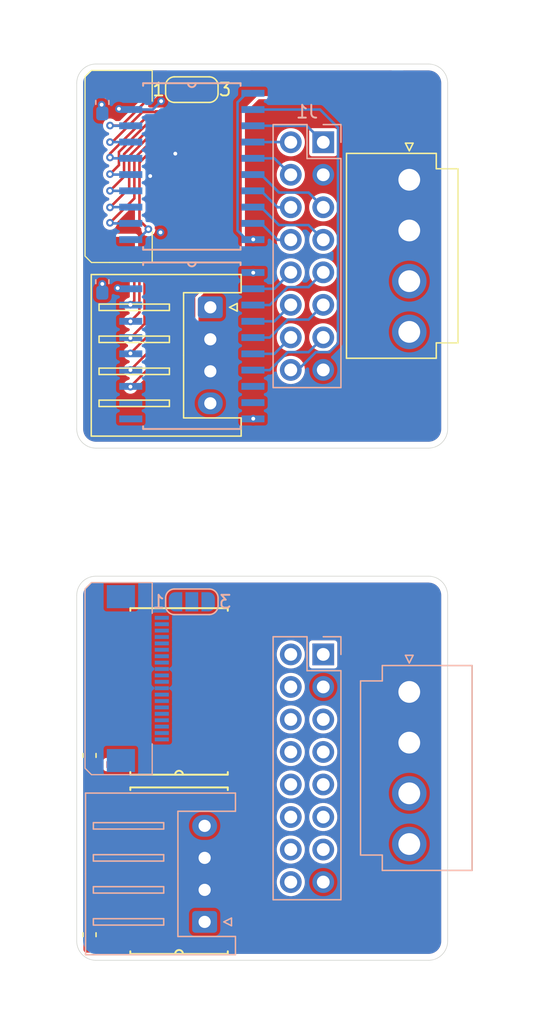
<source format=kicad_pcb>
(kicad_pcb (version 20241229) (generator "pcbnew") (generator_version "9.0")
  (layers (0 "F.Cu" signal) (2 "B.Cu" signal) (13 "F.Paste" user) (15 "B.Paste" user) (5 "F.SilkS" user "F.Silkscreen") (7 "B.SilkS" user "B.Silkscreen") (1 "F.Mask" user) (3 "B.Mask" user) (25 "Edge.Cuts" user))
  (net 0 "")
  (net 1 "GND")
  (net 2 "+5V")
  (net 3 "G0")
  (net 4 "B")
  (net 5 "G1")
  (net 6 "E")
  (net 7 "CLK")
  (net 8 "B1")
  (net 9 "B0")
  (net 10 "A")
  (net 11 "D")
  (net 12 "R1")
  (net 13 "R0")
  (net 14 "OE")
  (net 15 "C")
  (net 16 "LAT")
  (net 17 "Disp Display Select")
  (net 18 "Disp GPIO 14")
  (net 19 "Disp GPIO 8")
  (net 20 "Disp GPIO 10")
  (net 21 "Disp GPIO 11")
  (net 22 "Disp GPIO 3")
  (net 23 "Disp GPIO 13")
  (net 24 "Disp GPIO 12")
  (net 25 "Disp GPIO 7")
  (net 26 "Disp GPIO 0")
  (net 27 "Disp GPIO 4")
  (net 28 "Disp GPIO 5")
  (net 29 "Disp GPIO 15")
  (net 30 "Disp GPIO 1")
  (net 31 "Disp GPIO 6")
  (net 32 "Disp GPIO 9")
  (net 33 "Disp GPIO 2")
  (net 37 "Alt A")
  (net 39 "Alt C")
  (net 40 "Alt B")
  (net 41 "Alt R0")
  (net 42 "Alt OE")
  (net 43 "Alt D")
  (net 44 "Alt B0")
  (net 45 "Alt CLK")
  (net 46 "Alt G1")
  (net 47 "Alt G0")
  (net 48 "Alt E")
  (net 49 "Alt B1")
  (net 50 "Alt LAT")
  (net 51 "Alt R1")
  (net 52 "Alt Disp GPIO 8")
  (net 53 "Alt Disp GPIO 7")
  (net 54 "Alt Disp Display Select")
  (net 56 "Alt Disp GPIO 4")
  (net 57 "Alt Disp GPIO 1")
  (net 61 "Alt Disp GPIO 5")
  (net 62 "Alt Disp GPIO 3")
  (net 63 "Alt Disp GPIO 6")
  (net 67 "Alt Disp GPIO 0")
  (net 68 "Alt Disp GPIO 2")
  (net 70 "Alt Disp GPIO 9")
  (net 71 "Alt Disp GPIO 13")
  (net 77 "Alt Disp GPIO 14")
  (net 79 "Alt Disp GPIO 11")
  (net 80 "Alt Disp GPIO 12")
  (net 84 "Alt Disp GPIO 10")
  (net 86 "Alt Disp GPIO 15")
  (footprint "Connector_JST:JST_VH_B4P-VH-B_1x04_P3.96mm_Vertical" (layer "F.Cu") (at 132 34.04 -90)
    (property "Reference" "J3" (hide yes))
    (property "Value" "Output" (hide yes))
    (pad "1" thru_hole roundrect (at 0 0 270) (size 2.7 2.7) (drill 1.7) (layers "*.Cu" "*.Mask") (roundrect_rratio 0.092593) (net 2 "+5V"))
    (pad "2" thru_hole circle (at 3.96 0 270) (size 2.7 2.7) (drill 1.7) (layers "*.Cu" "*.Mask") (net 2 "+5V"))
    (pad "3" thru_hole circle (at 7.92 0 270) (size 2.7 2.7) (drill 1.7) (layers "*.Cu" "*.Mask") (net 1 "GND"))
    (pad "4" thru_hole circle (at 11.88 0 270) (size 2.7 2.7) (drill 1.7) (layers "*.Cu" "*.Mask") (net 1 "GND"))
  )
  (footprint "74HC245:SOIC127P1032X265-20N" (layer "F.Cu") (at 114 74 180)
    (property "Reference" "U5" (hide yes))
    (property "Value" "74HC245D_653" (hide yes))
    (pad "1" smd rect (at -4.7752 -5.715 180) (size 1.8034 0.5334) (layers "F.Cu" "F.Mask" "F.Paste") (net 1 "GND"))
    (pad "2" smd rect (at -4.7752 -4.445 180) (size 1.8034 0.5334) (layers "F.Cu" "F.Mask" "F.Paste"))
    (pad "3" smd rect (at -4.7752 -3.175 180) (size 1.8034 0.5334) (layers "F.Cu" "F.Mask" "F.Paste"))
    (pad "4" smd rect (at -4.7752 -1.905 180) (size 1.8034 0.5334) (layers "F.Cu" "F.Mask" "F.Paste"))
    (pad "5" smd rect (at -4.7752 -0.635 180) (size 1.8034 0.5334) (layers "F.Cu" "F.Mask" "F.Paste"))
    (pad "6" smd rect (at -4.7752 0.635 180) (size 1.8034 0.5334) (layers "F.Cu" "F.Mask" "F.Paste"))
    (pad "7" smd rect (at -4.7752 1.905 180) (size 1.8034 0.5334) (layers "F.Cu" "F.Mask" "F.Paste"))
    (pad "8" smd rect (at -4.7752 3.175 180) (size 1.8034 0.5334) (layers "F.Cu" "F.Mask" "F.Paste"))
    (pad "9" smd rect (at -4.7752 4.445 180) (size 1.8034 0.5334) (layers "F.Cu" "F.Mask" "F.Paste"))
    (pad "10" smd rect (at -4.7752 5.715 180) (size 1.8034 0.5334) (layers "F.Cu" "F.Mask" "F.Paste") (net 1 "GND"))
    (pad "11" smd rect (at 4.7752 5.715 180) (size 1.8034 0.5334) (layers "F.Cu" "F.Mask" "F.Paste") (net 54 "Alt Disp Display Select"))
    (pad "12" smd rect (at 4.7752 4.445 180) (size 1.8034 0.5334) (layers "F.Cu" "F.Mask" "F.Paste") (net 67 "Alt Disp GPIO 0"))
    (pad "13" smd rect (at 4.7752 3.175 180) (size 1.8034 0.5334) (layers "F.Cu" "F.Mask" "F.Paste") (net 57 "Alt Disp GPIO 1"))
    (pad "14" smd rect (at 4.7752 1.905 180) (size 1.8034 0.5334) (layers "F.Cu" "F.Mask" "F.Paste") (net 68 "Alt Disp GPIO 2"))
    (pad "15" smd rect (at 4.7752 0.635 180) (size 1.8034 0.5334) (layers "F.Cu" "F.Mask" "F.Paste") (net 62 "Alt Disp GPIO 3"))
    (pad "16" smd rect (at 4.7752 -0.635 180) (size 1.8034 0.5334) (layers "F.Cu" "F.Mask" "F.Paste") (net 56 "Alt Disp GPIO 4"))
    (pad "17" smd rect (at 4.7752 -1.905 180) (size 1.8034 0.5334) (layers "F.Cu" "F.Mask" "F.Paste") (net 61 "Alt Disp GPIO 5"))
    (pad "18" smd rect (at 4.7752 -3.175 180) (size 1.8034 0.5334) (layers "F.Cu" "F.Mask" "F.Paste") (net 63 "Alt Disp GPIO 6"))
    (pad "19" smd rect (at 4.7752 -4.445 180) (size 1.8034 0.5334) (layers "F.Cu" "F.Mask" "F.Paste") (net 1 "GND"))
    (pad "20" smd rect (at 4.7752 -5.715 180) (size 1.8034 0.5334) (layers "F.Cu" "F.Mask" "F.Paste") (net 2 "+5V"))
  )
  (footprint "Jumper:SolderJumper-3_P1.3mm_Open_RoundedPad1.0x1.5mm_NumberLabels" (layer "F.Cu") (at 115 27)
    (property "Reference" "JP1" (hide yes))
    (property "Value" "SolderJumper_3_Open" (hide yes))
    (fp_text user "1" (at -2.6 0 0) (layer "F.SilkS"))
    (fp_text user "3" (at 2.6 0 0) (layer "F.SilkS"))
    (pad "1" smd custom (at -1.3 0) (size 1 0.5) (layers "F.Cu" "F.Mask") (net 25 "Disp GPIO 7") (options (clearance outline) (anchor rect)) (primitives (gr_circle (center 0 0.25) (end 0.5 0.25) (width 0) (fill yes)) (gr_circle (center 0 -0.25) (end 0.5 -0.25) (width 0) (fill yes)) (gr_poly (pts (xy 0.55 0.75) (xy 0 0.75) (xy 0 -0.75) (xy 0.55 -0.75)) (width 0) (fill yes))))
    (pad "2" smd rect (at 0 0) (size 1 1.5) (layers "F.Cu" "F.Mask") (net 17 "Disp Display Select"))
    (pad "3" smd custom (at 1.3 0) (size 1 0.5) (layers "F.Cu" "F.Mask") (net 19 "Disp GPIO 8") (options (clearance outline) (anchor rect)) (primitives (gr_circle (center 0 0.25) (end 0.5 0.25) (width 0) (fill yes)) (gr_circle (center 0 -0.25) (end 0.5 -0.25) (width 0) (fill yes)) (gr_poly (pts (xy 0 0.75) (xy -0.55 0.75) (xy -0.55 -0.75) (xy 0 -0.75)) (width 0) (fill yes))))
  )
  (footprint "74HC245:SOIC127P1032X265-20N" (layer "F.Cu") (at 114 88 180)
    (property "Reference" "U6" (hide yes))
    (property "Value" "74HC245D_653" (hide yes))
    (pad "1" smd rect (at -4.7752 -5.715 180) (size 1.8034 0.5334) (layers "F.Cu" "F.Mask" "F.Paste") (net 1 "GND"))
    (pad "2" smd rect (at -4.7752 -4.445 180) (size 1.8034 0.5334) (layers "F.Cu" "F.Mask" "F.Paste"))
    (pad "3" smd rect (at -4.7752 -3.175 180) (size 1.8034 0.5334) (layers "F.Cu" "F.Mask" "F.Paste"))
    (pad "4" smd rect (at -4.7752 -1.905 180) (size 1.8034 0.5334) (layers "F.Cu" "F.Mask" "F.Paste"))
    (pad "5" smd rect (at -4.7752 -0.635 180) (size 1.8034 0.5334) (layers "F.Cu" "F.Mask" "F.Paste"))
    (pad "6" smd rect (at -4.7752 0.635 180) (size 1.8034 0.5334) (layers "F.Cu" "F.Mask" "F.Paste"))
    (pad "7" smd rect (at -4.7752 1.905 180) (size 1.8034 0.5334) (layers "F.Cu" "F.Mask" "F.Paste"))
    (pad "8" smd rect (at -4.7752 3.175 180) (size 1.8034 0.5334) (layers "F.Cu" "F.Mask" "F.Paste"))
    (pad "9" smd rect (at -4.7752 4.445 180) (size 1.8034 0.5334) (layers "F.Cu" "F.Mask" "F.Paste"))
    (pad "10" smd rect (at -4.7752 5.715 180) (size 1.8034 0.5334) (layers "F.Cu" "F.Mask" "F.Paste") (net 1 "GND"))
    (pad "11" smd rect (at 4.7752 5.715 180) (size 1.8034 0.5334) (layers "F.Cu" "F.Mask" "F.Paste") (net 77 "Alt Disp GPIO 14"))
    (pad "12" smd rect (at 4.7752 4.445 180) (size 1.8034 0.5334) (layers "F.Cu" "F.Mask" "F.Paste") (net 71 "Alt Disp GPIO 13"))
    (pad "13" smd rect (at 4.7752 3.175 180) (size 1.8034 0.5334) (layers "F.Cu" "F.Mask" "F.Paste") (net 80 "Alt Disp GPIO 12"))
    (pad "14" smd rect (at 4.7752 1.905 180) (size 1.8034 0.5334) (layers "F.Cu" "F.Mask" "F.Paste") (net 79 "Alt Disp GPIO 11"))
    (pad "15" smd rect (at 4.7752 0.635 180) (size 1.8034 0.5334) (layers "F.Cu" "F.Mask" "F.Paste") (net 84 "Alt Disp GPIO 10"))
    (pad "16" smd rect (at 4.7752 -0.635 180) (size 1.8034 0.5334) (layers "F.Cu" "F.Mask" "F.Paste") (net 70 "Alt Disp GPIO 9"))
    (pad "17" smd rect (at 4.7752 -1.905 180) (size 1.8034 0.5334) (layers "F.Cu" "F.Mask" "F.Paste"))
    (pad "18" smd rect (at 4.7752 -3.175 180) (size 1.8034 0.5334) (layers "F.Cu" "F.Mask" "F.Paste"))
    (pad "19" smd rect (at 4.7752 -4.445 180) (size 1.8034 0.5334) (layers "F.Cu" "F.Mask" "F.Paste") (net 1 "GND"))
    (pad "20" smd rect (at 4.7752 -5.715 180) (size 1.8034 0.5334) (layers "F.Cu" "F.Mask" "F.Paste") (net 2 "+5V"))
  )
  (footprint "FFC:FFC 0.8mm 20P" (layer "F.Cu") (at 112 33 -90)
    (property "Reference" "U1" (hide yes))
    (property "Value" "D0 FFC" (hide yes))
    (pad "" smd rect (at -6.400001 2.55 270) (size 1.8 2.2) (layers "F.Cu" "F.Mask" "F.Paste"))
    (pad "" smd rect (at 6.399999 2.55 270) (size 1.8 2.2) (layers "F.Cu" "F.Mask" "F.Paste"))
    (pad "1" smd rect (at -4.750001 -0.65 270) (size 0.3 1.1) (layers "F.Cu" "F.Mask" "F.Paste") (net 1 "GND"))
    (pad "2" smd rect (at -4.250001 -0.65 270) (size 0.3 1.1) (layers "F.Cu" "F.Mask" "F.Paste") (net 26 "Disp GPIO 0"))
    (pad "3" smd rect (at -3.750001 -0.649999 270) (size 0.3 1.1) (layers "F.Cu" "F.Mask" "F.Paste") (net 30 "Disp GPIO 1"))
    (pad "4" smd rect (at -3.250001 -0.65 270) (size 0.3 1.1) (layers "F.Cu" "F.Mask" "F.Paste") (net 33 "Disp GPIO 2"))
    (pad "5" smd rect (at -2.750001 -0.65 270) (size 0.3 1.1) (layers "F.Cu" "F.Mask" "F.Paste") (net 22 "Disp GPIO 3"))
    (pad "6" smd rect (at -2.25 -0.65 270) (size 0.3 1.1) (layers "F.Cu" "F.Mask" "F.Paste") (net 27 "Disp GPIO 4"))
    (pad "7" smd rect (at -1.750001 -0.65 270) (size 0.3 1.1) (layers "F.Cu" "F.Mask" "F.Paste") (net 28 "Disp GPIO 5"))
    (pad "8" smd rect (at -1.250002 -0.65 270) (size 0.3 1.1) (layers "F.Cu" "F.Mask" "F.Paste") (net 31 "Disp GPIO 6"))
    (pad "9" smd rect (at -0.750001 -0.65 270) (size 0.3 1.1) (layers "F.Cu" "F.Mask" "F.Paste") (net 2 "+5V"))
    (pad "10" smd rect (at -0.250001 -0.65 270) (size 0.3 1.1) (layers "F.Cu" "F.Mask" "F.Paste") (net 25 "Disp GPIO 7"))
    (pad "11" smd rect (at 0.25 -0.65 270) (size 0.3 1.1) (layers "F.Cu" "F.Mask" "F.Paste") (net 19 "Disp GPIO 8"))
    (pad "12" smd rect (at 0.749999 -0.65 270) (size 0.3 1.1) (layers "F.Cu" "F.Mask" "F.Paste") (net 2 "+5V"))
    (pad "13" smd rect (at 1.249998 -0.65 270) (size 0.3 1.1) (layers "F.Cu" "F.Mask" "F.Paste") (net 32 "Disp GPIO 9"))
    (pad "14" smd rect (at 1.749999 -0.65 270) (size 0.3 1.1) (layers "F.Cu" "F.Mask" "F.Paste") (net 20 "Disp GPIO 10"))
    (pad "15" smd rect (at 2.249999 -0.65 270) (size 0.3 1.1) (layers "F.Cu" "F.Mask" "F.Paste") (net 21 "Disp GPIO 11"))
    (pad "16" smd rect (at 2.749999 -0.649999 270) (size 0.3 1.1) (layers "F.Cu" "F.Mask" "F.Paste") (net 24 "Disp GPIO 12"))
    (pad "17" smd rect (at 3.249999 -0.65 270) (size 0.3 1.1) (layers "F.Cu" "F.Mask" "F.Paste") (net 23 "Disp GPIO 13"))
    (pad "18" smd rect (at 3.749999 -0.65 270) (size 0.3 1.1) (layers "F.Cu" "F.Mask" "F.Paste") (net 18 "Disp GPIO 14"))
    (pad "19" smd rect (at 4.249999 -0.65 270) (size 0.3 1.1) (layers "F.Cu" "F.Mask" "F.Paste") (net 29 "Disp GPIO 15"))
    (pad "20" smd rect (at 4.749999 -0.65 270) (size 0.3 1.1) (layers "F.Cu" "F.Mask" "F.Paste") (net 1 "GND"))
  )
  (footprint "Capacitor_SMD:C_0603_1608Metric_Pad1.08x0.95mm_HandSolder" (layer "F.Cu") (at 107 93 90)
    (property "Reference" "C4" (hide yes))
    (property "Value" "10uF" (hide yes))
    (pad "1" smd roundrect (at -0.8625 0 90) (size 1.075 0.95) (layers "F.Cu" "F.Mask" "F.Paste") (net 2 "+5V"))
    (pad "2" smd roundrect (at 0.8625 0 90) (size 1.075 0.95) (layers "F.Cu" "F.Mask" "F.Paste") (net 1 "GND"))
  )
  (footprint "Capacitor_SMD:C_0603_1608Metric_Pad1.08x0.95mm_HandSolder" (layer "F.Cu") (at 107 79 90)
    (property "Reference" "C3" (hide yes))
    (property "Value" "10uF" (hide yes))
    (pad "1" smd roundrect (at -0.8625 0 90) (size 1.075 0.95) (layers "F.Cu" "F.Mask" "F.Paste") (net 2 "+5V"))
    (pad "2" smd roundrect (at 0.8625 0 90) (size 1.075 0.95) (layers "F.Cu" "F.Mask" "F.Paste") (net 1 "GND"))
  )
  (footprint "Connector_JST:JST_XH_S4B-XH-A_1x04_P2.50mm_Horizontal" (layer "F.Cu") (at 116.445 44 -90)
    (property "Reference" "J2" (hide yes))
    (property "Value" "Input" (hide yes))
    (pad "1" thru_hole roundrect (at 0 0 270) (size 1.7 1.95) (drill 0.95) (layers "*.Cu" "*.Mask") (roundrect_rratio 0.147059) (net 1 "GND"))
    (pad "2" thru_hole oval (at 2.5 0 270) (size 1.7 1.95) (drill 0.95) (layers "*.Cu" "*.Mask") (net 2 "+5V"))
    (pad "3" thru_hole oval (at 5 0 270) (size 1.7 1.95) (drill 0.95) (layers "*.Cu" "*.Mask") (net 2 "+5V"))
    (pad "4" thru_hole oval (at 7.5 0 270) (size 1.7 1.95) (drill 0.95) (layers "*.Cu" "*.Mask") (net 1 "GND"))
  )
  (footprint "Capacitor_SMD:C_0603_1608Metric_Pad1.08x0.95mm_HandSolder" (layer "B.Cu") (at 108 28 -90)
    (property "Reference" "C1" (hide yes))
    (property "Value" "10uF" (hide yes))
    (pad "1" smd roundrect (at -0.8625 0 270) (size 1.075 0.95) (layers "B.Cu" "B.Mask" "B.Paste") (net 2 "+5V"))
    (pad "2" smd roundrect (at 0.8625 0 270) (size 1.075 0.95) (layers "B.Cu" "B.Mask" "B.Paste") (net 1 "GND"))
  )
  (footprint "Connector_PinHeader_2.54mm:PinHeader_2x08_P2.54mm_Vertical" (layer "B.Cu") (at 125.275 31.11 180)
    (property "Reference" "J1" (at 1.27 2.38 0) (layer "B.SilkS") (effects (justify mirror)))
    (property "Value" "HUB75" (hide yes))
    (pad "1" thru_hole rect (at 0 0 180) (size 1.7 1.7) (drill 1) (layers "*.Cu" "*.Mask") (net 3 "G0"))
    (pad "2" thru_hole circle (at 2.54 0 180) (size 1.7 1.7) (drill 1) (layers "*.Cu" "*.Mask") (net 13 "R0"))
    (pad "3" thru_hole circle (at 0 -2.54 180) (size 1.7 1.7) (drill 1) (layers "*.Cu" "*.Mask") (net 1 "GND"))
    (pad "4" thru_hole circle (at 2.54 -2.54 180) (size 1.7 1.7) (drill 1) (layers "*.Cu" "*.Mask") (net 9 "B0"))
    (pad "5" thru_hole circle (at 0 -5.08 180) (size 1.7 1.7) (drill 1) (layers "*.Cu" "*.Mask") (net 5 "G1"))
    (pad "6" thru_hole circle (at 2.54 -5.08 180) (size 1.7 1.7) (drill 1) (layers "*.Cu" "*.Mask") (net 12 "R1"))
    (pad "7" thru_hole circle (at 0 -7.62 180) (size 1.7 1.7) (drill 1) (layers "*.Cu" "*.Mask") (net 6 "E"))
    (pad "8" thru_hole circle (at 2.54 -7.62 180) (size 1.7 1.7) (drill 1) (layers "*.Cu" "*.Mask") (net 8 "B1"))
    (pad "9" thru_hole circle (at 0 -10.16 180) (size 1.7 1.7) (drill 1) (layers "*.Cu" "*.Mask") (net 4 "B"))
    (pad "10" thru_hole circle (at 2.54 -10.16 180) (size 1.7 1.7) (drill 1) (layers "*.Cu" "*.Mask") (net 10 "A"))
    (pad "11" thru_hole circle (at 0 -12.7 180) (size 1.7 1.7) (drill 1) (layers "*.Cu" "*.Mask") (net 11 "D"))
    (pad "12" thru_hole circle (at 2.54 -12.7 180) (size 1.7 1.7) (drill 1) (layers "*.Cu" "*.Mask") (net 15 "C"))
    (pad "13" thru_hole circle (at 0 -15.24 180) (size 1.7 1.7) (drill 1) (layers "*.Cu" "*.Mask") (net 16 "LAT"))
    (pad "14" thru_hole circle (at 2.54 -15.24 180) (size 1.7 1.7) (drill 1) (layers "*.Cu" "*.Mask") (net 7 "CLK"))
    (pad "15" thru_hole circle (at 0 -17.78 180) (size 1.7 1.7) (drill 1) (layers "*.Cu" "*.Mask") (net 1 "GND"))
    (pad "16" thru_hole circle (at 2.54 -17.78 180) (size 1.7 1.7) (drill 1) (layers "*.Cu" "*.Mask") (net 14 "OE"))
  )
  (footprint "Connector_PinHeader_2.54mm:PinHeader_2x08_P2.54mm_Vertical" (layer "B.Cu") (at 125.275 71.11 180)
    (property "Reference" "J4" (hide yes))
    (property "Value" "HUB75" (hide yes))
    (pad "1" thru_hole rect (at 0 0 180) (size 1.7 1.7) (drill 1) (layers "*.Cu" "*.Mask") (net 47 "Alt G0"))
    (pad "2" thru_hole circle (at 2.54 0 180) (size 1.7 1.7) (drill 1) (layers "*.Cu" "*.Mask") (net 41 "Alt R0"))
    (pad "3" thru_hole circle (at 0 -2.54 180) (size 1.7 1.7) (drill 1) (layers "*.Cu" "*.Mask") (net 1 "GND"))
    (pad "4" thru_hole circle (at 2.54 -2.54 180) (size 1.7 1.7) (drill 1) (layers "*.Cu" "*.Mask") (net 44 "Alt B0"))
    (pad "5" thru_hole circle (at 0 -5.08 180) (size 1.7 1.7) (drill 1) (layers "*.Cu" "*.Mask") (net 46 "Alt G1"))
    (pad "6" thru_hole circle (at 2.54 -5.08 180) (size 1.7 1.7) (drill 1) (layers "*.Cu" "*.Mask") (net 51 "Alt R1"))
    (pad "7" thru_hole circle (at 0 -7.62 180) (size 1.7 1.7) (drill 1) (layers "*.Cu" "*.Mask") (net 48 "Alt E"))
    (pad "8" thru_hole circle (at 2.54 -7.62 180) (size 1.7 1.7) (drill 1) (layers "*.Cu" "*.Mask") (net 49 "Alt B1"))
    (pad "9" thru_hole circle (at 0 -10.16 180) (size 1.7 1.7) (drill 1) (layers "*.Cu" "*.Mask") (net 40 "Alt B"))
    (pad "10" thru_hole circle (at 2.54 -10.16 180) (size 1.7 1.7) (drill 1) (layers "*.Cu" "*.Mask") (net 37 "Alt A"))
    (pad "11" thru_hole circle (at 0 -12.7 180) (size 1.7 1.7) (drill 1) (layers "*.Cu" "*.Mask") (net 43 "Alt D"))
    (pad "12" thru_hole circle (at 2.54 -12.7 180) (size 1.7 1.7) (drill 1) (layers "*.Cu" "*.Mask") (net 39 "Alt C"))
    (pad "13" thru_hole circle (at 0 -15.24 180) (size 1.7 1.7) (drill 1) (layers "*.Cu" "*.Mask") (net 50 "Alt LAT"))
    (pad "14" thru_hole circle (at 2.54 -15.24 180) (size 1.7 1.7) (drill 1) (layers "*.Cu" "*.Mask") (net 45 "Alt CLK"))
    (pad "15" thru_hole circle (at 0 -17.78 180) (size 1.7 1.7) (drill 1) (layers "*.Cu" "*.Mask") (net 1 "GND"))
    (pad "16" thru_hole circle (at 2.54 -17.78 180) (size 1.7 1.7) (drill 1) (layers "*.Cu" "*.Mask") (net 42 "Alt OE"))
  )
  (footprint "Connector_JST:JST_XH_S4B-XH-A_1x04_P2.50mm_Horizontal" (layer "B.Cu") (at 116 92 90)
    (property "Reference" "J5" (hide yes))
    (property "Value" "Input" (hide yes))
    (pad "1" thru_hole roundrect (at 0 0 90) (size 1.7 1.95) (drill 0.95) (layers "*.Cu" "*.Mask") (roundrect_rratio 0.147059) (net 1 "GND"))
    (pad "2" thru_hole oval (at 2.5 0 90) (size 1.7 1.95) (drill 0.95) (layers "*.Cu" "*.Mask") (net 2 "+5V"))
    (pad "3" thru_hole oval (at 5 0 90) (size 1.7 1.95) (drill 0.95) (layers "*.Cu" "*.Mask") (net 2 "+5V"))
    (pad "4" thru_hole oval (at 7.5 0 90) (size 1.7 1.95) (drill 0.95) (layers "*.Cu" "*.Mask") (net 1 "GND"))
  )
  (footprint "Capacitor_SMD:C_0603_1608Metric_Pad1.08x0.95mm_HandSolder" (layer "B.Cu") (at 108 42 -90)
    (property "Reference" "C2" (hide yes))
    (property "Value" "10uF" (hide yes))
    (pad "1" smd roundrect (at -0.8625 0 270) (size 1.075 0.95) (layers "B.Cu" "B.Mask" "B.Paste") (net 2 "+5V"))
    (pad "2" smd roundrect (at 0.8625 0 270) (size 1.075 0.95) (layers "B.Cu" "B.Mask" "B.Paste") (net 1 "GND"))
  )
  (footprint "FCC:FFC 0.8mm 20P" (layer "B.Cu") (at 112 72.999999 90)
    (property "Reference" "U4" (hide yes))
    (property "Value" "D0 FFC" (hide yes))
    (pad "" smd rect (at -6.400001 -2.55 90) (size 1.8 2.2) (layers "B.Cu" "B.Mask" "B.Paste"))
    (pad "" smd rect (at 6.399999 -2.55 90) (size 1.8 2.2) (layers "B.Cu" "B.Mask" "B.Paste"))
    (pad "1" smd rect (at -4.750001 0.65 90) (size 0.3 1.1) (layers "B.Cu" "B.Mask" "B.Paste") (net 1 "GND"))
    (pad "2" smd rect (at -4.250001 0.65 90) (size 0.3 1.1) (layers "B.Cu" "B.Mask" "B.Paste") (net 86 "Alt Disp GPIO 15"))
    (pad "3" smd rect (at -3.750001 0.649999 90) (size 0.3 1.1) (layers "B.Cu" "B.Mask" "B.Paste") (net 77 "Alt Disp GPIO 14"))
    (pad "4" smd rect (at -3.250001 0.65 90) (size 0.3 1.1) (layers "B.Cu" "B.Mask" "B.Paste") (net 71 "Alt Disp GPIO 13"))
    (pad "5" smd rect (at -2.750001 0.65 90) (size 0.3 1.1) (layers "B.Cu" "B.Mask" "B.Paste") (net 80 "Alt Disp GPIO 12"))
    (pad "6" smd rect (at -2.25 0.65 90) (size 0.3 1.1) (layers "B.Cu" "B.Mask" "B.Paste") (net 79 "Alt Disp GPIO 11"))
    (pad "7" smd rect (at -1.750001 0.65 90) (size 0.3 1.1) (layers "B.Cu" "B.Mask" "B.Paste") (net 84 "Alt Disp GPIO 10"))
    (pad "8" smd rect (at -1.250002 0.65 90) (size 0.3 1.1) (layers "B.Cu" "B.Mask" "B.Paste") (net 70 "Alt Disp GPIO 9"))
    (pad "9" smd rect (at -0.750001 0.65 90) (size 0.3 1.1) (layers "B.Cu" "B.Mask" "B.Paste") (net 2 "+5V"))
    (pad "10" smd rect (at -0.250001 0.65 90) (size 0.3 1.1) (layers "B.Cu" "B.Mask" "B.Paste") (net 52 "Alt Disp GPIO 8"))
    (pad "11" smd rect (at 0.25 0.65 90) (size 0.3 1.1) (layers "B.Cu" "B.Mask" "B.Paste") (net 53 "Alt Disp GPIO 7"))
    (pad "12" smd rect (at 0.749999 0.65 90) (size 0.3 1.1) (layers "B.Cu" "B.Mask" "B.Paste") (net 2 "+5V"))
    (pad "13" smd rect (at 1.249998 0.65 90) (size 0.3 1.1) (layers "B.Cu" "B.Mask" "B.Paste") (net 63 "Alt Disp GPIO 6"))
    (pad "14" smd rect (at 1.749999 0.65 90) (size 0.3 1.1) (layers "B.Cu" "B.Mask" "B.Paste") (net 61 "Alt Disp GPIO 5"))
    (pad "15" smd rect (at 2.249999 0.65 90) (size 0.3 1.1) (layers "B.Cu" "B.Mask" "B.Paste") (net 56 "Alt Disp GPIO 4"))
    (pad "16" smd rect (at 2.749999 0.649999 90) (size 0.3 1.1) (layers "B.Cu" "B.Mask" "B.Paste") (net 62 "Alt Disp GPIO 3"))
    (pad "17" smd rect (at 3.249999 0.65 90) (size 0.3 1.1) (layers "B.Cu" "B.Mask" "B.Paste") (net 68 "Alt Disp GPIO 2"))
    (pad "18" smd rect (at 3.749999 0.65 90) (size 0.3 1.1) (layers "B.Cu" "B.Mask" "B.Paste") (net 57 "Alt Disp GPIO 1"))
    (pad "19" smd rect (at 4.249999 0.65 90) (size 0.3 1.1) (layers "B.Cu" "B.Mask" "B.Paste") (net 67 "Alt Disp GPIO 0"))
    (pad "20" smd rect (at 4.749999 0.65 90) (size 0.3 1.1) (layers "B.Cu" "B.Mask" "B.Paste") (net 1 "GND"))
  )
  (footprint "Connector_JST:JST_VH_B4P-VH-B_1x04_P3.96mm_Vertical" (layer "B.Cu") (at 132 74.04 -90)
    (property "Reference" "J6" (hide yes))
    (property "Value" "Output" (hide yes))
    (pad "1" thru_hole roundrect (at 0 0 270) (size 2.7 2.7) (drill 1.7) (layers "*.Cu" "*.Mask") (roundrect_rratio 0.092593) (net 2 "+5V"))
    (pad "2" thru_hole circle (at 3.96 0 270) (size 2.7 2.7) (drill 1.7) (layers "*.Cu" "*.Mask") (net 2 "+5V"))
    (pad "3" thru_hole circle (at 7.92 0 270) (size 2.7 2.7) (drill 1.7) (layers "*.Cu" "*.Mask") (net 1 "GND"))
    (pad "4" thru_hole circle (at 11.88 0 270) (size 2.7 2.7) (drill 1.7) (layers "*.Cu" "*.Mask") (net 1 "GND"))
  )
  (footprint "74HC245D:SOIC127P1032X265-20N" (layer "B.Cu") (at 115 47 180)
    (property "Reference" "U3" (hide yes))
    (property "Value" "74HC245D_653" (hide yes))
    (pad "1" smd rect (at -4.7752 5.715 180) (size 1.8034 0.5334) (layers "B.Cu" "B.Mask" "B.Paste") (net 1 "GND"))
    (pad "2" smd rect (at -4.7752 4.445 180) (size 1.8034 0.5334) (layers "B.Cu" "B.Mask" "B.Paste") (net 10 "A"))
    (pad "3" smd rect (at -4.7752 3.175 180) (size 1.8034 0.5334) (layers "B.Cu" "B.Mask" "B.Paste") (net 4 "B"))
    (pad "4" smd rect (at -4.7752 1.905 180) (size 1.8034 0.5334) (layers "B.Cu" "B.Mask" "B.Paste") (net 15 "C"))
    (pad "5" smd rect (at -4.7752 0.635 180) (size 1.8034 0.5334) (layers "B.Cu" "B.Mask" "B.Paste") (net 11 "D"))
    (pad "6" smd rect (at -4.7752 -0.635 180) (size 1.8034 0.5334) (layers "B.Cu" "B.Mask" "B.Paste") (net 7 "CLK"))
    (pad "7" smd rect (at -4.7752 -1.905 180) (size 1.8034 0.5334) (layers "B.Cu" "B.Mask" "B.Paste") (net 16 "LAT"))
    (pad "8" smd rect (at -4.7752 -3.175 180) (size 1.8034 0.5334) (layers "B.Cu" "B.Mask" "B.Paste"))
    (pad "9" smd rect (at -4.7752 -4.445 180) (size 1.8034 0.5334) (layers "B.Cu" "B.Mask" "B.Paste"))
    (pad "10" smd rect (at -4.7752 -5.715 180) (size 1.8034 0.5334) (layers "B.Cu" "B.Mask" "B.Paste") (net 1 "GND"))
    (pad "11" smd rect (at 4.7752 -5.715 180) (size 1.8034 0.5334) (layers "B.Cu" "B.Mask" "B.Paste"))
    (pad "12" smd rect (at 4.7752 -4.445 180) (size 1.8034 0.5334) (layers "B.Cu" "B.Mask" "B.Paste"))
    (pad "13" smd rect (at 4.7752 -3.175 180) (size 1.8034 0.5334) (layers "B.Cu" "B.Mask" "B.Paste") (net 32 "Disp GPIO 9"))
    (pad "14" smd rect (at 4.7752 -1.905 180) (size 1.8034 0.5334) (layers "B.Cu" "B.Mask" "B.Paste") (net 20 "Disp GPIO 10"))
    (pad "15" smd rect (at 4.7752 -0.635 180) (size 1.8034 0.5334) (layers "B.Cu" "B.Mask" "B.Paste") (net 21 "Disp GPIO 11"))
    (pad "16" smd rect (at 4.7752 0.635 180) (size 1.8034 0.5334) (layers "B.Cu" "B.Mask" "B.Paste") (net 24 "Disp GPIO 12"))
    (pad "17" smd rect (at 4.7752 1.905 180) (size 1.8034 0.5334) (layers "B.Cu" "B.Mask" "B.Paste") (net 23 "Disp GPIO 13"))
    (pad "18" smd rect (at 4.7752 3.175 180) (size 1.8034 0.5334) (layers "B.Cu" "B.Mask" "B.Paste") (net 18 "Disp GPIO 14"))
    (pad "19" smd rect (at 4.7752 4.445 180) (size 1.8034 0.5334) (layers "B.Cu" "B.Mask" "B.Paste") (net 1 "GND"))
    (pad "20" smd rect (at 4.7752 5.715 180) (size 1.8034 0.5334) (layers "B.Cu" "B.Mask" "B.Paste") (net 2 "+5V"))
  )
  (footprint "74HC245D:SOIC127P1032X265-20N" (layer "B.Cu") (at 115 33 180)
    (property "Reference" "U2" (hide yes))
    (property "Value" "74HC245D_653" (hide yes))
    (pad "1" smd rect (at -4.7752 5.715 180) (size 1.8034 0.5334) (layers "B.Cu" "B.Mask" "B.Paste") (net 1 "GND"))
    (pad "2" smd rect (at -4.7752 4.445 180) (size 1.8034 0.5334) (layers "B.Cu" "B.Mask" "B.Paste") (net 14 "OE"))
    (pad "3" smd rect (at -4.7752 3.175 180) (size 1.8034 0.5334) (layers "B.Cu" "B.Mask" "B.Paste") (net 3 "G0"))
    (pad "4" smd rect (at -4.7752 1.905 180) (size 1.8034 0.5334) (layers "B.Cu" "B.Mask" "B.Paste") (net 13 "R0"))
    (pad "5" smd rect (at -4.7752 0.635 180) (size 1.8034 0.5334) (layers "B.Cu" "B.Mask" "B.Paste") (net 9 "B0"))
    (pad "6" smd rect (at -4.7752 -0.635 180) (size 1.8034 0.5334) (layers "B.Cu" "B.Mask" "B.Paste") (net 5 "G1"))
    (pad "7" smd rect (at -4.7752 -1.905 180) (size 1.8034 0.5334) (layers "B.Cu" "B.Mask" "B.Paste") (net 12 "R1"))
    (pad "8" smd rect (at -4.7752 -3.175 180) (size 1.8034 0.5334) (layers "B.Cu" "B.Mask" "B.Paste") (net 6 "E"))
    (pad "9" smd rect (at -4.7752 -4.445 180) (size 1.8034 0.5334) (layers "B.Cu" "B.Mask" "B.Paste") (net 8 "B1"))
    (pad "10" smd rect (at -4.7752 -5.715 180) (size 1.8034 0.5334) (layers "B.Cu" "B.Mask" "B.Paste") (net 1 "GND"))
    (pad "11" smd rect (at 4.7752 -5.715 180) (size 1.8034 0.5334) (layers "B.Cu" "B.Mask" "B.Paste") (net 31 "Disp GPIO 6"))
    (pad "12" smd rect (at 4.7752 -4.445 180) (size 1.8034 0.5334) (layers "B.Cu" "B.Mask" "B.Paste") (net 28 "Disp GPIO 5"))
    (pad "13" smd rect (at 4.7752 -3.175 180) (size 1.8034 0.5334) (layers "B.Cu" "B.Mask" "B.Paste") (net 27 "Disp GPIO 4"))
    (pad "14" smd rect (at 4.7752 -1.905 180) (size 1.8034 0.5334) (layers "B.Cu" "B.Mask" "B.Paste") (net 22 "Disp GPIO 3"))
    (pad "15" smd rect (at 4.7752 -0.635 180) (size 1.8034 0.5334) (layers "B.Cu" "B.Mask" "B.Paste") (net 33 "Disp GPIO 2"))
    (pad "16" smd rect (at 4.7752 0.635 180) (size 1.8034 0.5334) (layers "B.Cu" "B.Mask" "B.Paste") (net 30 "Disp GPIO 1"))
    (pad "17" smd rect (at 4.7752 1.905 180) (size 1.8034 0.5334) (layers "B.Cu" "B.Mask" "B.Paste") (net 26 "Disp GPIO 0"))
    (pad "18" smd rect (at 4.7752 3.175 180) (size 1.8034 0.5334) (layers "B.Cu" "B.Mask" "B.Paste") (net 17 "Disp Display Select"))
    (pad "19" smd rect (at 4.7752 4.445 180) (size 1.8034 0.5334) (layers "B.Cu" "B.Mask" "B.Paste") (net 1 "GND"))
    (pad "20" smd rect (at 4.7752 5.715 180) (size 1.8034 0.5334) (layers "B.Cu" "B.Mask" "B.Paste") (net 2 "+5V"))
  )
  (footprint "Jumper:SolderJumper-3_P1.3mm_Open_RoundedPad1.0x1.5mm_NumberLabels" (layer "B.Cu") (at 115 67)
    (property "Reference" "JP2" (hide yes))
    (property "Value" "SolderJumper_3_Open" (hide yes))
    (fp_text user "3" (at 2.6 0 180) (layer "B.SilkS") (effects (justify mirror)))
    (fp_text user "1" (at -2.6 0 180) (layer "B.SilkS") (effects (justify mirror)))
    (pad "1" smd custom (at -1.3 0) (size 1 0.5) (layers "B.Cu" "B.Mask") (net 53 "Alt Disp GPIO 7") (options (clearance outline) (anchor rect)) (primitives (gr_circle (center 0 -0.25) (end 0.5 -0.25) (width 0) (fill yes)) (gr_circle (center 0 0.25) (end 0.5 0.25) (width 0) (fill yes)) (gr_poly (pts (xy 0.55 -0.75) (xy 0 -0.75) (xy 0 0.75) (xy 0.55 0.75)) (width 0) (fill yes))))
    (pad "2" smd rect (at 0 0) (size 1 1.5) (layers "B.Cu" "B.Mask") (net 54 "Alt Disp Display Select"))
    (pad "3" smd custom (at 1.3 0) (size 1 0.5) (layers "B.Cu" "B.Mask") (net 52 "Alt Disp GPIO 8") (options (clearance outline) (anchor rect)) (primitives (gr_circle (center 0 -0.25) (end 0.5 -0.25) (width 0) (fill yes)) (gr_circle (center 0 0.25) (end 0.5 0.25) (width 0) (fill yes)) (gr_poly (pts (xy 0 -0.75) (xy -0.55 -0.75) (xy -0.55 0.75) (xy 0 0.75)) (width 0) (fill yes))))
  )
  (gr_line (start 133.5 95) (end 107.5 95) (stroke (width 0.05)) (layer "Edge.Cuts"))
  (gr_arc (start 133.5 25) (mid 134.56066 25.43934) (end 135 26.5) (stroke (width 0.05)) (layer "Edge.Cuts"))
  (gr_line (start 106 66.5) (end 106 93.5) (stroke (width 0.05)) (layer "Edge.Cuts"))
  (gr_arc (start 106 26.5) (mid 106.43934 25.43934) (end 107.5 25) (stroke (width 0.05)) (layer "Edge.Cuts"))
  (gr_line (start 135 66.5) (end 135 93.5) (stroke (width 0.05)) (layer "Edge.Cuts"))
  (gr_line (start 106 26.5) (end 106 53.5) (stroke (width 0.05)) (layer "Edge.Cuts"))
  (gr_arc (start 135 93.5) (mid 134.56066 94.56066) (end 133.5 95) (stroke (width 0.05)) (layer "Edge.Cuts"))
  (gr_line (start 133.5 25) (end 107.5 25) (stroke (width 0.05)) (layer "Edge.Cuts"))
  (gr_line (start 135 26.5) (end 135 53.5) (stroke (width 0.05)) (layer "Edge.Cuts"))
  (gr_arc (start 107.5 55) (mid 106.43934 54.56066) (end 106 53.5) (stroke (width 0.05)) (layer "Edge.Cuts"))
  (gr_arc (start 107.5 95) (mid 106.43934 94.56066) (end 106 93.5) (stroke (width 0.05)) (layer "Edge.Cuts"))
  (gr_line (start 133.5 65) (end 107.5 65) (stroke (width 0.05)) (layer "Edge.Cuts"))
  (gr_arc (start 106 66.5) (mid 106.43934 65.43934) (end 107.5 65) (stroke (width 0.05)) (layer "Edge.Cuts"))
  (gr_arc (start 135 53.5) (mid 134.56066 54.56066) (end 133.5 55) (stroke (width 0.05)) (layer "Edge.Cuts"))
  (gr_arc (start 133.5 65) (mid 134.56066 65.43934) (end 135 66.5) (stroke (width 0.05)) (layer "Edge.Cuts"))
  (gr_line (start 133.5 55) (end 107.5 55) (stroke (width 0.05)) (layer "Edge.Cuts"))
  (segment (start 112.55 38.15) (end 112.65 38.05) (width 0.2) (layer "F.Cu") (net 1))
  (segment (start 112.65 27.95) (end 112.6 27.9) (width 0.2) (layer "F.Cu") (net 1))
  (segment (start 112.65 28.249999) (end 112.65 27.95) (width 0.2) (layer "F.Cu") (net 1))
  (segment (start 112.65 38.05) (end 112.65 37.749999) (width 0.2) (layer "F.Cu") (net 1))
  (via (at 119.8 38.7) (size 0.6) (drill 0.3) (layers "F.Cu" "B.Cu") (net 1))
  (via (at 119.8 41.3) (size 0.6) (drill 0.3) (layers "F.Cu" "B.Cu") (net 1))
  (via (at 112.55 38.15) (size 0.6) (drill 0.3) (layers "F.Cu" "B.Cu") (net 1))
  (via (at 107.945625 28.175) (size 0.6) (drill 0.3) (layers "F.Cu" "B.Cu") (net 1))
  (via (at 119.8 52.7) (size 0.6) (drill 0.3) (layers "F.Cu" "B.Cu") (net 1))
  (via (at 109.3 28.5) (size 0.6) (drill 0.3) (layers "F.Cu" "B.Cu") (net 1))
  (via (at 112.6 27.9) (size 0.6) (drill 0.3) (layers "F.Cu" "B.Cu") (net 1))
  (via (at 109.2 42.5) (size 0.6) (drill 0.3) (layers "F.Cu" "B.Cu") (net 1))
  (via (at 107.999313 42.175) (size 0.6) (drill 0.3) (layers "F.Cu" "B.Cu") (net 1))
  (segment (start 119.785 52.715) (end 119.8 52.7) (width 0.2) (layer "B.Cu") (net 1))
  (segment (start 119.7752 52.715) (end 119.785 52.715) (width 0.2) (layer "B.Cu") (net 1))
  (segment (start 111.945 28.555) (end 110.2248 28.555) (width 0.2) (layer "B.Cu") (net 1))
  (segment (start 108 28.229375) (end 107.945625 28.175) (width 0.2) (layer "B.Cu") (net 1))
  (segment (start 119.7752 41.285) (end 119.785 41.285) (width 0.2) (layer "B.Cu") (net 1))
  (segment (start 108 28.8625) (end 108 28.229375) (width 0.2) (layer "B.Cu") (net 1))
  (segment (start 119.785 41.285) (end 119.8 41.3) (width 0.2) (layer "B.Cu") (net 1))
  (segment (start 119.7752 27.285) (end 119.2748 27.285) (width 0.2) (layer "B.Cu") (net 1))
  (segment (start 119.2748 27.285) (end 118.5725 27.9873) (width 0.2) (layer "B.Cu") (net 1))
  (segment (start 119.785 38.715) (end 119.8 38.7) (width 0.2) (layer "B.Cu") (net 1))
  (segment (start 109.255 42.555) (end 109.2 42.5) (width 0.2) (layer "B.Cu") (net 1))
  (segment (start 110.2248 42.555) (end 109.255 42.555) (width 0.2) (layer "B.Cu") (net 1))
  (segment (start 108 42.175687) (end 107.999313 42.175) (width 0.2) (layer "B.Cu") (net 1))
  (segment (start 118.5725 38.0127) (end 119.2748 38.715) (width 0.2) (layer "B.Cu") (net 1))
  (segment (start 108 42.8625) (end 108 42.175687) (width 0.2) (layer "B.Cu") (net 1))
  (segment (start 118.5725 27.9873) (end 118.5725 38.0127) (width 0.2) (layer "B.Cu") (net 1))
  (segment (start 109.355 28.555) (end 109.3 28.5) (width 0.2) (layer "B.Cu") (net 1))
  (segment (start 110.2248 28.555) (end 109.355 28.555) (width 0.2) (layer "B.Cu") (net 1))
  (segment (start 112.6 27.9) (end 111.945 28.555) (width 0.2) (layer "B.Cu") (net 1))
  (segment (start 119.2748 38.715) (end 119.7752 38.715) (width 0.2) (layer "B.Cu") (net 1))
  (segment (start 119.7752 38.715) (end 119.785 38.715) (width 0.2) (layer "B.Cu") (net 1))
  (segment (start 117.9 39.16105) (end 117.9 28.3) (width 2) (layer "F.Cu") (net 2))
  (segment (start 117.9 28.3) (end 119.699 26.501) (width 2) (layer "F.Cu") (net 2))
  (segment (start 116.445 49) (end 116.445 46.5) (width 2) (layer "F.Cu") (net 2))
  (segment (start 116.445 49) (end 114.269 46.824) (width 2) (layer "F.Cu") (net 2))
  (segment (start 114.269 46.824) (end 114.269 42.79205) (width 2) (layer "F.Cu") (net 2))
  (segment (start 111.742917 33.74999) (end 112.649991 33.74999) (width 0.2) (layer "F.Cu") (net 2))
  (segment (start 132 28) (end 132 34.04) (width 2) (layer "F.Cu") (net 2))
  (segment (start 114.269 42.79205) (end 117.9 39.16105) (width 2) (layer "F.Cu") (net 2))
  (segment (start 130.501 26.501) (end 132 28) (width 2) (layer "F.Cu") (net 2))
  (segment (start 113.456341 32.249999) (end 112.65 32.249999) (width 0.2) (layer "F.Cu") (net 2))
  (segment (start 132 34.04) (end 132 38) (width 2) (layer "F.Cu") (net 2))
  (segment (start 119.699 26.501) (end 130.501 26.501) (width 2) (layer "F.Cu") (net 2))
  (segment (start 113.70634 32) (end 113.456341 32.249999) (width 0.2) (layer "F.Cu") (net 2))
  (segment (start 112.649991 33.74999) (end 112.65 33.749999) (width 0.2) (layer "F.Cu") (net 2))
  (via (at 113.70634 32) (size 0.6) (drill 0.3) (layers "F.Cu" "B.Cu") (net 2))
  (via (at 111.742917 33.74999) (size 0.6) (drill 0.3) (layers "F.Cu" "B.Cu") (net 2))
  (segment (start 123.99 29.825) (end 125.275 31.11) (width 0.2) (layer "B.Cu") (net 3))
  (segment (start 119.7752 29.825) (end 123.99 29.825) (width 0.2) (layer "B.Cu") (net 3))
  (segment (start 124.124 42.421) (end 125.275 41.27) (width 0.2) (layer "B.Cu") (net 4))
  (segment (start 121.09224 43.825) (end 122.49624 42.421) (width 0.2) (layer "B.Cu") (net 4))
  (segment (start 119.7752 43.825) (end 121.09224 43.825) (width 0.2) (layer "B.Cu") (net 4))
  (segment (start 122.49624 42.421) (end 124.124 42.421) (width 0.2) (layer "B.Cu") (net 4))
  (segment (start 120.4102 33.635) (end 121.8142 35.039) (width 0.2) (layer "B.Cu") (net 5))
  (segment (start 124.124 35.039) (end 125.275 36.19) (width 0.2) (layer "B.Cu") (net 5))
  (segment (start 121.8142 35.039) (end 124.124 35.039) (width 0.2) (layer "B.Cu") (net 5))
  (segment (start 119.7752 33.635) (end 120.4102 33.635) (width 0.2) (layer "B.Cu") (net 5))
  (segment (start 121.8142 37.579) (end 124.124 37.579) (width 0.2) (layer "B.Cu") (net 6))
  (segment (start 120.4102 36.175) (end 121.8142 37.579) (width 0.2) (layer "B.Cu") (net 6))
  (segment (start 124.124 37.579) (end 125.275 38.73) (width 0.2) (layer "B.Cu") (net 6))
  (segment (start 119.7752 36.175) (end 120.4102 36.175) (width 0.2) (layer "B.Cu") (net 6))
  (segment (start 121.45 47.635) (end 122.735 46.35) (width 0.2) (layer "B.Cu") (net 7))
  (segment (start 119.7752 47.635) (end 121.45 47.635) (width 0.2) (layer "B.Cu") (net 7))
  (segment (start 120.4102 37.445) (end 121.6952 38.73) (width 0.2) (layer "B.Cu") (net 8))
  (segment (start 119.7752 37.445) (end 120.4102 37.445) (width 0.2) (layer "B.Cu") (net 8))
  (segment (start 121.6952 38.73) (end 122.735 38.73) (width 0.2) (layer "B.Cu") (net 8))
  (segment (start 119.7752 32.365) (end 121.45 32.365) (width 0.2) (layer "B.Cu") (net 9))
  (segment (start 121.45 32.365) (end 122.735 33.65) (width 0.2) (layer "B.Cu") (net 9))
  (segment (start 121.45 42.555) (end 122.735 41.27) (width 0.2) (layer "B.Cu") (net 10))
  (segment (start 119.7752 42.555) (end 121.45 42.555) (width 0.2) (layer "B.Cu") (net 10))
  (segment (start 119.7752 46.365) (end 121.09224 46.365) (width 0.2) (layer "B.Cu") (net 11))
  (segment (start 122.49624 44.961) (end 124.124 44.961) (width 0.2) (layer "B.Cu") (net 11))
  (segment (start 121.09224 46.365) (end 122.49624 44.961) (width 0.2) (layer "B.Cu") (net 11))
  (segment (start 124.124 44.961) (end 125.275 43.81) (width 0.2) (layer "B.Cu") (net 11))
  (segment (start 120.4102 34.905) (end 121.6952 36.19) (width 0.2) (layer "B.Cu") (net 12))
  (segment (start 119.7752 34.905) (end 120.4102 34.905) (width 0.2) (layer "B.Cu") (net 12))
  (segment (start 121.6952 36.19) (end 122.735 36.19) (width 0.2) (layer "B.Cu") (net 12))
  (segment (start 122.72 31.095) (end 122.735 31.11) (width 0.2) (layer "B.Cu") (net 13))
  (segment (start 119.7752 31.095) (end 122.72 31.095) (width 0.2) (layer "B.Cu") (net 13))
  (segment (start 124.6911 47.501) (end 125.75176 47.501) (width 0.2) (layer "B.Cu") (net 14))
  (segment (start 122.735 48.89) (end 123.3021 48.89) (width 0.2) (layer "B.Cu") (net 14))
  (segment (start 123.3021 48.89) (end 124.6911 47.501) (width 0.2) (layer "B.Cu") (net 14))
  (segment (start 126.426 46.82676) (end 126.426 29.959) (width 0.2) (layer "B.Cu") (net 14))
  (segment (start 125.022 28.555) (end 119.7752 28.555) (width 0.2) (layer "B.Cu") (net 14))
  (segment (start 125.75176 47.501) (end 126.426 46.82676) (width 0.2) (layer "B.Cu") (net 14))
  (segment (start 126.426 29.959) (end 125.022 28.555) (width 0.2) (layer "B.Cu") (net 14))
  (segment (start 121.45 45.095) (end 122.735 43.81) (width 0.2) (layer "B.Cu") (net 15))
  (segment (start 119.7752 45.095) (end 121.45 45.095) (width 0.2) (layer "B.Cu") (net 15))
  (segment (start 119.7752 48.905) (end 121.09224 48.905) (width 0.2) (layer "B.Cu") (net 16))
  (segment (start 121.09224 48.905) (end 122.49624 47.501) (width 0.2) (layer "B.Cu") (net 16))
  (segment (start 124.124 47.501) (end 125.275 46.35) (width 0.2) (layer "B.Cu") (net 16))
  (segment (start 122.49624 47.501) (end 124.124 47.501) (width 0.2) (layer "B.Cu") (net 16))
  (segment (start 109.505107 29.805037) (end 113.366144 25.944) (width 0.2) (layer "F.Cu") (net 17))
  (segment (start 113.366144 25.944) (end 114.894 25.944) (width 0.2) (layer "F.Cu") (net 17))
  (segment (start 114.894 25.944) (end 115 26.05) (width 0.2) (layer "F.Cu") (net 17))
  (segment (start 108.603284 29.805037) (end 109.505107 29.805037) (width 0.2) (layer "F.Cu") (net 17))
  (segment (start 115 26.05) (end 115 27) (width 0.2) (layer "F.Cu") (net 17))
  (via (at 108.603284 29.805037) (size 0.6) (drill 0.3) (layers "F.Cu" "B.Cu") (net 17))
  (segment (start 110.2248 29.825) (end 108.623247 29.825) (width 0.2) (layer "B.Cu") (net 17))
  (segment (start 108.623247 29.825) (end 108.603284 29.805037) (width 0.2) (layer "B.Cu") (net 17))
  (segment (start 110.498 41.7665) (end 113.598 38.6665) (width 0.2) (layer "F.Cu") (net 18))
  (segment (start 113.598 36.895999) (end 113.452 36.749999) (width 0.2) (layer "F.Cu") (net 18))
  (segment (start 110.2 43.8) (end 110.498 43.502) (width 0.2) (layer "F.Cu") (net 18))
  (segment (start 110.498 43.502) (end 110.498 41.7665) (width 0.2) (layer "F.Cu") (net 18))
  (segment (start 113.452 36.749999) (end 112.65 36.749999) (width 0.2) (layer "F.Cu") (net 18))
  (segment (start 113.598 38.6665) (end 113.598 36.895999) (width 0.2) (layer "F.Cu") (net 18))
  (via (at 110.2 43.8) (size 0.6) (drill 0.3) (layers "F.Cu" "B.Cu") (net 18))
  (segment (start 110.2248 43.8248) (end 110.2 43.8) (width 0.2) (layer "B.Cu") (net 18))
  (segment (start 110.2248 43.825) (end 110.2248 43.8248) (width 0.2) (layer "B.Cu") (net 18))
  (segment (start 113.873383 33.25) (end 114.70834 32.415043) (width 0.2) (layer "F.Cu") (net 19))
  (segment (start 114.70834 29.19166) (end 115.801 28.099) (width 0.2) (layer "F.Cu") (net 19))
  (segment (start 115.801 28.099) (end 115.801 27.499) (width 0.2) (layer "F.Cu") (net 19))
  (segment (start 115.801 27.499) (end 116.3 27) (width 0.2) (layer "F.Cu") (net 19))
  (segment (start 114.70834 32.415043) (end 114.70834 29.19166) (width 0.2) (layer "F.Cu") (net 19))
  (segment (start 112.65 33.25) (end 113.873383 33.25) (width 0.2) (layer "F.Cu") (net 19))
  (segment (start 113.7204 34.749999) (end 112.65 34.749999) (width 0.2) (layer "F.Cu") (net 20))
  (segment (start 112.102 42.4309) (end 115.202 39.3309) (width 0.2) (layer "F.Cu") (net 20))
  (segment (start 112.102 45.6322) (end 112.102 42.4309) (width 0.2) (layer "F.Cu") (net 20))
  (segment (start 112.101 45.6332) (end 112.102 45.6322) (width 0.2) (layer "F.Cu") (net 20))
  (segment (start 115.202 36.231599) (end 113.7204 34.749999) (width 0.2) (layer "F.Cu") (net 20))
  (segment (start 112.101 46.999) (end 112.101 45.6332) (width 0.2) (layer "F.Cu") (net 20))
  (segment (start 110.2 48.9) (end 112.101 46.999) (width 0.2) (layer "F.Cu") (net 20))
  (segment (start 115.202 39.3309) (end 115.202 36.231599) (width 0.2) (layer "F.Cu") (net 20))
  (via (at 110.2 48.9) (size 0.6) (drill 0.3) (layers "F.Cu" "B.Cu") (net 20))
  (segment (start 110.2248 48.905) (end 110.205 48.905) (width 0.2) (layer "B.Cu") (net 20))
  (segment (start 110.205 48.905) (end 110.2 48.9) (width 0.2) (layer "B.Cu") (net 20))
  (segment (start 114.801 39.1648) (end 111.701 42.2648) (width 0.2) (layer "F.Cu") (net 21))
  (segment (start 112.65 35.249999) (end 113.6533 35.249999) (width 0.2) (layer "F.Cu") (net 21))
  (segment (start 111.701 45.4661) (end 111.7 45.4671) (width 0.2) (layer "F.Cu") (net 21))
  (segment (start 111.701 42.2648) (end 111.701 45.4661) (width 0.2) (layer "F.Cu") (net 21))
  (segment (start 114.801 36.397699) (end 114.801 39.1648) (width 0.2) (layer "F.Cu") (net 21))
  (segment (start 111.7 46.1) (end 110.2 47.6) (width 0.2) (layer "F.Cu") (net 21))
  (segment (start 113.6533 35.249999) (end 114.801 36.397699) (width 0.2) (layer "F.Cu") (net 21))
  (segment (start 111.7 45.4671) (end 111.7 46.1) (width 0.2) (layer "F.Cu") (net 21))
  (via (at 110.2 47.6) (size 0.6) (drill 0.3) (layers "F.Cu" "B.Cu") (net 21))
  (segment (start 110.2248 47.635) (end 110.2248 47.6248) (width 0.2) (layer "B.Cu") (net 21))
  (segment (start 110.2248 47.6248) (end 110.2 47.6) (width 0.2) (layer "B.Cu") (net 21))
  (segment (start 111.484201 30.249999) (end 112.65 30.249999) (width 0.2) (layer "F.Cu") (net 22))
  (segment (start 109.7 33.0671) (end 109.701 33.0661) (width 0.2) (layer "F.Cu") (net 22))
  (segment (start 108.6 34.9) (end 109.7 33.8) (width 0.2) (layer "F.Cu") (net 22))
  (segment (start 109.701 32.0332) (end 111.484201 30.249999) (width 0.2) (layer "F.Cu") (net 22))
  (segment (start 109.701 33.0661) (end 109.701 32.0332) (width 0.2) (layer "F.Cu") (net 22))
  (segment (start 109.7 33.8) (end 109.7 33.0671) (width 0.2) (layer "F.Cu") (net 22))
  (via (at 108.6 34.9) (size 0.6) (drill 0.3) (layers "F.Cu" "B.Cu") (net 22))
  (segment (start 110.2248 34.905) (end 108.605 34.905) (width 0.2) (layer "B.Cu") (net 22))
  (segment (start 108.605 34.905) (end 108.6 34.9) (width 0.2) (layer "B.Cu") (net 22))
  (segment (start 113.999 36.729899) (end 113.999 38.8326) (width 0.2) (layer "F.Cu") (net 23))
  (segment (start 113.5191 36.249999) (end 113.999 36.729899) (width 0.2) (layer "F.Cu") (net 23))
  (segment (start 112.65 36.249999) (end 113.5191 36.249999) (width 0.2) (layer "F.Cu") (net 23))
  (segment (start 113.999 38.8326) (end 110.899 41.9326) (width 0.2) (layer "F.Cu") (net 23))
  (segment (start 110.899 41.9326) (end 110.899 44.401) (width 0.2) (layer "F.Cu") (net 23))
  (segment (start 110.899 44.401) (end 110.2 45.1) (width 0.2) (layer "F.Cu") (net 23))
  (via (at 110.2 45.1) (size 0.6) (drill 0.3) (layers "F.Cu" "B.Cu") (net 23))
  (segment (start 110.205 45.095) (end 110.2 45.1) (width 0.2) (layer "B.Cu") (net 23))
  (segment (start 110.2248 45.095) (end 110.205 45.095) (width 0.2) (layer "B.Cu") (net 23))
  (segment (start 113.5862 35.749999) (end 112.649999 35.749999) (width 0.2) (layer "F.Cu") (net 24))
  (segment (start 110.2 46.4) (end 111.3 45.3) (width 0.2) (layer "F.Cu") (net 24))
  (segment (start 114.4 36.563799) (end 113.5862 35.749999) (width 0.2) (layer "F.Cu") (net 24))
  (segment (start 114.4 38.9987) (end 114.4 36.563799) (width 0.2) (layer "F.Cu") (net 24))
  (segment (start 111.3 45.3) (end 111.3 42.0987) (width 0.2) (layer "F.Cu") (net 24))
  (segment (start 111.3 42.0987) (end 114.4 38.9987) (width 0.2) (layer "F.Cu") (net 24))
  (via (at 110.2 46.4) (size 0.6) (drill 0.3) (layers "F.Cu" "B.Cu") (net 24))
  (segment (start 110.2248 46.365) (end 110.2248 46.3752) (width 0.2) (layer "B.Cu") (net 24))
  (segment (start 110.2248 46.3752) (end 110.2 46.4) (width 0.2) (layer "B.Cu") (net 24))
  (segment (start 113.806284 32.749999) (end 114.30734 32.248943) (width 0.2) (layer "F.Cu") (net 25))
  (segment (start 114.30734 28.36234) (end 113.7 27.755) (width 0.2) (layer "F.Cu") (net 25))
  (segment (start 113.7 27.755) (end 113.7 27) (width 0.2) (layer "F.Cu") (net 25))
  (segment (start 114.30734 32.248943) (end 114.30734 28.36234) (width 0.2) (layer "F.Cu") (net 25))
  (segment (start 112.65 32.749999) (end 113.806284 32.749999) (width 0.2) (layer "F.Cu") (net 25))
  (segment (start 111.127245 28.749999) (end 112.65 28.749999) (width 0.2) (layer "F.Cu") (net 26))
  (segment (start 108.6 31.1) (end 108.777244 31.1) (width 0.2) (layer "F.Cu") (net 26))
  (segment (start 108.777244 31.1) (end 111.127245 28.749999) (width 0.2) (layer "F.Cu") (net 26))
  (via (at 108.6 31.1) (size 0.6) (drill 0.3) (layers "F.Cu" "B.Cu") (net 26))
  (segment (start 108.605 31.095) (end 108.6 31.1) (width 0.2) (layer "B.Cu") (net 26))
  (segment (start 110.2248 31.095) (end 108.605 31.095) (width 0.2) (layer "B.Cu") (net 26))
  (segment (start 108.6 36.2) (end 110.102 34.698) (width 0.2) (layer "F.Cu") (net 27))
  (segment (start 111.5513 30.75) (end 112.65 30.75) (width 0.2) (layer "F.Cu") (net 27))
  (segment (start 110.102 32.1993) (end 111.5513 30.75) (width 0.2) (layer "F.Cu") (net 27))
  (segment (start 110.102 34.698) (end 110.102 32.1993) (width 0.2) (layer "F.Cu") (net 27))
  (via (at 108.6 36.2) (size 0.6) (drill 0.3) (layers "F.Cu" "B.Cu") (net 27))
  (segment (start 108.625 36.175) (end 108.6 36.2) (width 0.2) (layer "B.Cu") (net 27))
  (segment (start 110.2248 36.175) (end 108.625 36.175) (width 0.2) (layer "B.Cu") (net 27))
  (segment (start 110.503 35.497) (end 110.503 32.3654) (width 0.2) (layer "F.Cu") (net 28))
  (segment (start 108.6 37.4) (end 110.503 35.497) (width 0.2) (layer "F.Cu") (net 28))
  (segment (start 111.618401 31.249999) (end 112.65 31.249999) (width 0.2) (layer "F.Cu") (net 28))
  (segment (start 110.503 32.3654) (end 111.618401 31.249999) (width 0.2) (layer "F.Cu") (net 28))
  (via (at 108.6 37.4) (size 0.6) (drill 0.3) (layers "F.Cu" "B.Cu") (net 28))
  (segment (start 110.2248 37.445) (end 108.645 37.445) (width 0.2) (layer "B.Cu") (net 28))
  (segment (start 108.645 37.445) (end 108.6 37.4) (width 0.2) (layer "B.Cu") (net 28))
  (segment (start 108.6 32.3) (end 108.6 32) (width 0.2) (layer "F.Cu") (net 30))
  (segment (start 111.350001 29.249999) (end 112.649999 29.249999) (width 0.2) (layer "F.Cu") (net 30))
  (segment (start 108.6 32) (end 111.350001 29.249999) (width 0.2) (layer "F.Cu") (net 30))
  (via (at 108.6 32.3) (size 0.6) (drill 0.3) (layers "F.Cu" "B.Cu") (net 30))
  (segment (start 108.665 32.365) (end 108.6 32.3) (width 0.2) (layer "B.Cu") (net 30))
  (segment (start 110.2248 32.365) (end 108.665 32.365) (width 0.2) (layer "B.Cu") (net 30))
  (segment (start 110.904 32.693999) (end 111.848001 31.749998) (width 0.2) (layer "F.Cu") (net 31))
  (segment (start 110.904 37.204001) (end 110.904 32.693999) (width 0.2) (layer "F.Cu") (net 31))
  (segment (start 111.848001 31.749998) (end 112.65 31.749998) (width 0.2) (layer "F.Cu") (net 31))
  (segment (start 111.599999 37.9) (end 110.904 37.204001) (width 0.2) (layer "F.Cu") (net 31))
  (via (at 111.599999 37.9) (size 0.6) (drill 0.3) (layers "F.Cu" "B.Cu") (net 31))
  (segment (start 110.784999 38.715) (end 110.2248 38.715) (width 0.2) (layer "B.Cu") (net 31))
  (segment (start 111.599999 37.9) (end 110.784999 38.715) (width 0.2) (layer "B.Cu") (net 31))
  (segment (start 112.503 45.7983) (end 112.503 42.597) (width 0.2) (layer "F.Cu") (net 32))
  (segment (start 115.603 36.065499) (end 113.787499 34.249998) (width 0.2) (layer "F.Cu") (net 32))
  (segment (start 113.787499 34.249998) (end 112.65 34.249998) (width 0.2) (layer "F.Cu") (net 32))
  (segment (start 112.502 47.898) (end 112.502 45.7993) (width 0.2) (layer "F.Cu") (net 32))
  (segment (start 112.502 45.7993) (end 112.503 45.7983) (width 0.2) (layer "F.Cu") (net 32))
  (segment (start 110.2 50.2) (end 112.502 47.898) (width 0.2) (layer "F.Cu") (net 32))
  (segment (start 112.503 42.597) (end 115.603 39.497) (width 0.2) (layer "F.Cu") (net 32))
  (segment (start 115.603 39.497) (end 115.603 36.065499) (width 0.2) (layer "F.Cu") (net 32))
  (via (at 110.2 50.2) (size 0.6) (drill 0.3) (layers "F.Cu" "B.Cu") (net 32))
  (segment (start 110.2248 50.175) (end 110.2248 50.1752) (width 0.2) (layer "B.Cu") (net 32))
  (segment (start 110.2248 50.1752) (end 110.2 50.2) (width 0.2) (layer "B.Cu") (net 32))
  (segment (start 109.3 31.8671) (end 109.3 32.9) (width 0.2) (layer "F.Cu") (net 33))
  (segment (start 111.417101 29.749999) (end 109.3 31.8671) (width 0.2) (layer "F.Cu") (net 33))
  (segment (start 109.3 32.9) (end 108.6 33.6) (width 0.2) (layer "F.Cu") (net 33))
  (segment (start 112.65 29.749999) (end 111.417101 29.749999) (width 0.2) (layer "F.Cu") (net 33))
  (via (at 108.6 33.6) (size 0.6) (drill 0.3) (layers "F.Cu" "B.Cu") (net 33))
  (segment (start 110.2248 33.635) (end 108.635 33.635) (width 0.2) (layer "B.Cu") (net 33))
  (segment (start 108.635 33.635) (end 108.6 33.6) (width 0.2) (layer "B.Cu") (net 33))
  (zone (net 1) (net_name "GND") (layer "F.Cu") (priority 1) (connect_pads yes (clearance 0.25)) (min_thickness 0.25) (fill yes (thermal_gap 0.5) (thermal_bridge_width 0.5))
    (polygon (pts (xy 101 21) (xy 101 99) (xy 141 99) (xy 141 21)))
  )
  (zone (net 2) (net_name "+5V") (layer "B.Cu") (connect_pads yes (clearance 0.25)) (min_thickness 0.25) (fill yes (thermal_gap 0.5) (thermal_bridge_width 0.5))
    (polygon (pts (xy 100 20) (xy 100 100) (xy 142 100) (xy 142 20)))
  )
)
</source>
